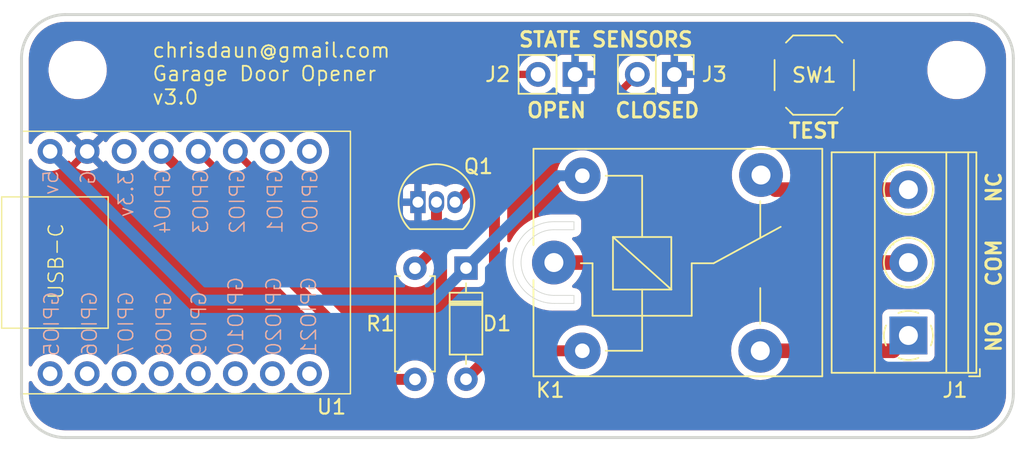
<source format=kicad_pcb>
(kicad_pcb (version 20240108) (generator "pcbnew") (generator_version "8.0")
  (layers (0 "F.Cu" signal) (31 "B.Cu" signal) (34 "B.Paste" user) (35 "F.Paste" user) (36 "B.SilkS" user "B.Silkscreen") (37 "F.SilkS" user "F.Silkscreen") (38 "B.Mask" user) (39 "F.Mask" user) (44 "Edge.Cuts" user))
  (net 0 "")
  (net 1 "GND")
  (net 2 "+5V")
  (net 3 "/Common")
  (net 4 "/Normally Closed")
  (net 5 "/Normally Open")
  (net 6 "Net-(D1-A)")
  (net 7 "Net-(J3-Pin_2)")
  (net 8 "Net-(Q1-B)")
  (net 9 "Net-(J2-Pin_2)")
  (net 10 "Net-(U1-GPIO_4)")
  (footprint "Custom Footprints:JQC-3FF-S-Z" (layer "F.Cu") (at 87.75 68)
    (property "Reference" "K1" (at -0.25 8.75 180) (layer "F.SilkS"))
    (property "Value" "JQC-3FF-S-Z")
    (fp_line (start -1.4 -7.8) (end -1.4 -1.2) (stroke (width 0.12)) (layer "F.SilkS"))
    (fp_line (start -1.4 -7.8) (end 18.4 -7.8) (stroke (width 0.12)) (layer "F.SilkS"))
    (fp_line (start -1.4 1.2) (end -1.4 7.8) (stroke (width 0.12)) (layer "F.SilkS"))
    (fp_line (start 2.65 0.05) (end 1.85 0.05) (stroke (width 0.12)) (layer "F.SilkS"))
    (fp_line (start 2.65 0.05) (end 2.65 3.65) (stroke (width 0.12)) (layer "F.SilkS"))
    (fp_line (start 3.55 6.05) (end 6.05 6.05) (stroke (width 0.12)) (layer "F.SilkS"))
    (fp_line (start 4.05 -1.75) (end 8.05 -1.75) (stroke (width 0.12)) (layer "F.SilkS"))
    (fp_line (start 4.05 1.85) (end 4.05 -1.75) (stroke (width 0.12)) (layer "F.SilkS"))
    (fp_line (start 6.05 -5.95) (end 3.55 -5.95) (stroke (width 0.12)) (layer "F.SilkS"))
    (fp_line (start 6.05 -5.95) (end 6.05 -1.75) (stroke (width 0.12)) (layer "F.SilkS"))
    (fp_line (start 6.05 1.85) (end 6.05 6.05) (stroke (width 0.12)) (layer "F.SilkS"))
    (fp_line (start 8.05 -1.75) (end 8.05 1.85) (stroke (width 0.12)) (layer "F.SilkS"))
    (fp_line (start 8.05 1.85) (end 4.05 -1.75) (stroke (width 0.12)) (layer "F.SilkS"))
    (fp_line (start 8.05 1.85) (end 4.05 1.85) (stroke (width 0.12)) (layer "F.SilkS"))
    (fp_line (start 9.45 0.05) (end 9.45 3.65) (stroke (width 0.12)) (layer "F.SilkS"))
    (fp_line (start 9.45 0.05) (end 10.95 0.05) (stroke (width 0.12)) (layer "F.SilkS"))
    (fp_line (start 9.45 3.65) (end 2.65 3.65) (stroke (width 0.12)) (layer "F.SilkS"))
    (fp_line (start 10.95 0.05) (end 15.55 -2.45) (stroke (width 0.12)) (layer "F.SilkS"))
    (fp_line (start 14.15 -4.2) (end 14.15 -1.7) (stroke (width 0.12)) (layer "F.SilkS"))
    (fp_line (start 14.15 4.2) (end 14.15 1.75) (stroke (width 0.12)) (layer "F.SilkS"))
    (fp_line (start 18.4 -7.8) (end 18.4 7.8) (stroke (width 0.12)) (layer "F.SilkS"))
    (fp_line (start 18.4 7.8) (end -1.4 7.8) (stroke (width 0.12)) (layer "F.SilkS"))
    (pad "1" thru_hole circle (at 1.95 -5.95 90) (size 2.5 2.5) (drill 1) (layers "*.Cu" "*.Mask") (net 2 "+5V"))
    (pad "2" thru_hole circle (at 1.95 6.05 90) (size 2.5 2.5) (drill 1) (layers "*.Cu" "*.Mask") (net 6 "Net-(D1-A)"))
    (pad "3" thru_hole circle (at 0 0 90) (size 3 3) (drill 1.3) (layers "*.Cu" "*.Mask") (net 3 "/Common"))
    (pad "4" thru_hole circle (at 14.2 -6 90) (size 3 3) (drill 1.3) (layers "*.Cu" "*.Mask") (net 4 "/Normally Closed"))
    (pad "5" thru_hole circle (at 14.15 6.05 90) (size 3 3) (drill 1.3) (layers "*.Cu" "*.Mask") (net 5 "/Normally Open"))
  )
  (footprint "Connector_PinHeader_2.54mm:PinHeader_1x02_P2.54mm_Vertical" (layer "F.Cu") (at 89.2 55.1 -90)
    (property "Reference" "J2" (at 0 5.3 0) (layer "F.SilkS"))
    (property "Value" "Conn_01x02_Pin" (hide yes))
    (fp_line (start -1.33 3.87) (end 1.33 3.87) (stroke (width 0.12)) (layer "F.SilkS"))
    (fp_line (start -1.33 1.27) (end -1.33 3.87) (stroke (width 0.12)) (layer "F.SilkS"))
    (fp_line (start -1.33 1.27) (end 1.33 1.27) (stroke (width 0.12)) (layer "F.SilkS"))
    (fp_line (start 1.33 1.27) (end 1.33 3.87) (stroke (width 0.12)) (layer "F.SilkS"))
    (fp_line (start -1.33 0) (end -1.33 -1.33) (stroke (width 0.12)) (layer "F.SilkS"))
    (fp_line (start -1.33 -1.33) (end 0 -1.33) (stroke (width 0.12)) (layer "F.SilkS"))
    (pad "1" thru_hole rect (at 0 0 270) (size 1.7 1.7) (drill 1) (layers "*.Cu" "*.Mask") (net 1 "GND"))
    (pad "2" thru_hole oval (at 0 2.54 270) (size 1.7 1.7) (drill 1) (layers "*.Cu" "*.Mask") (net 9 "Net-(J2-Pin_2)"))
  )
  (footprint "MountingHole:MountingHole_3.5mm" (layer "F.Cu") (at 115.35 54.8)
    (property "Reference" "H2" (hide yes))
    (property "Value" "MountingHole" (hide yes))
    (pad "" np_thru_hole circle (at 0 0) (size 3.5 3.5) (drill 3.5) (layers "*.Cu" "*.Mask"))
  )
  (footprint "esp32-homespan-garagedoor-opener:ESP32-C3 Super Micro" (layer "F.Cu") (at 62.55 68 90)
    (property "Reference" "U1" (at -9.9 9.95 0) (layer "F.SilkS"))
    (property "Value" "~")
    (fp_line (start -4.5 -12.66) (end 4.5 -12.66) (stroke (width 0.1)) (layer "F.SilkS"))
    (fp_line (start -4.5 -10.2) (end -4.5 -12.66) (stroke (width 0.1)) (layer "F.SilkS"))
    (fp_line (start -4.5 -8.4) (end -4.5 -7.6) (stroke (width 0.1)) (layer "F.SilkS"))
    (fp_line (start 4.5 -5.36) (end 4.5 -12.66) (stroke (width 0.1)) (layer "F.SilkS"))
    (fp_line (start 4.5 -5.36) (end -4.5 -5.36) (stroke (width 0.1)) (layer "F.SilkS"))
    (fp_line (start -4.5 -5.36) (end -4.5 -5.9) (stroke (width 0.1)) (layer "F.SilkS"))
    (fp_rect (start -9 -11.25) (end 9 11.25) (stroke (width 0.1)) (fill none) (layer "F.SilkS"))
    (fp_text user "GPIO21" (at -0.9 8.979 90) (layer "B.SilkS") (effects (font (thickness 0.1)) (justify left bottom mirror)))
    (fp_text user "GPIO5" (at -1.9 -8.65 90) (layer "B.SilkS") (effects (font (thickness 0.1)) (justify left bottom mirror)))
    (fp_text user "GPIO7" (at -1.9 -3.55 90) (layer "B.SilkS") (effects (font (thickness 0.1)) (justify left bottom mirror)))
    (fp_text user "GPIO10" (at -0.9 3.979 90) (layer "B.SilkS") (effects (font (thickness 0.1)) (justify left bottom mirror)))
    (fp_text user "GPIO2" (at 6.5 4.079 90) (layer "B.SilkS") (effects (font (thickness 0.1)) (justify left bottom mirror)))
    (fp_text user "GPIO8" (at -1.9 -0.95 90) (layer "B.SilkS") (effects (font (thickness 0.1)) (justify left bottom mirror)))
    (fp_text user "GPIO6" (at -1.9 -6.05 90) (layer "B.SilkS") (effects (font (thickness 0.1)) (justify left bottom mirror)))
    (fp_text user "GPIO0" (at 6.5 9.079 90) (layer "B.SilkS") (effects (font (thickness 0.1)) (justify left bottom mirror)))
    (fp_text user "GPIO3" (at 6.5 1.579 90) (layer "B.SilkS") (effects (font (thickness 0.1)) (justify left bottom mirror)))
    (fp_text user "5v" (at 6.4 -8.7 90) (layer "B.SilkS") (effects (font (thickness 0.1)) (justify left bottom mirror)))
    (fp_text user "GPIO1" (at 6.5 6.679 90) (layer "B.SilkS") (effects (font (thickness 0.1)) (justify left bottom mirror)))
    (fp_text user "GPIO20" (at -0.9 6.579 90) (layer "B.SilkS") (effects (font (thickness 0.1)) (justify left bottom mirror)))
    (fp_text user "GPIO9" (at -1.9 1.45 90) (layer "B.SilkS") (effects (font (thickness 0.1)) (justify left bottom mirror)))
    (fp_text user "GPIO4" (at 6.5 -1.021 90) (layer "B.SilkS") (effects (font (thickness 0.1)) (justify left bottom mirror)))
    (fp_text user "3.3v" (at 6.3 -3.55 90) (layer "B.SilkS") (effects (font (thickness 0.1)) (justify left bottom mirror)))
    (fp_text user "G" (at 6.4 -6.15 90) (layer "B.SilkS") (effects (font (thickness 0.1)) (justify left bottom mirror)))
    (fp_text user "USB-C" (at -2.6 -8.35 90) (layer "F.SilkS") (effects (font (thickness 0.1)) (justify left bottom)))
    (pad "0" thru_hole circle (at 7.62 8.44 90) (size 1.7 1.7) (drill 1) (layers "*.Cu" "*.Mask"))
    (pad "1" thru_hole circle (at 7.62 5.9 90) (size 1.7 1.7) (drill 1) (layers "*.Cu" "*.Mask"))
    (pad "2" thru_hole circle (at 7.62 3.36 90) (size 1.7 1.7) (drill 1) (layers "*.Cu" "*.Mask") (net 9 "Net-(J2-Pin_2)"))
    (pad "3" thru_hole circle (at 7.62 0.82 90) (size 1.7 1.7) (drill 1) (layers "*.Cu" "*.Mask") (net 7 "Net-(J3-Pin_2)"))
    (pad "3V3" thru_hole circle (at 7.62 -4.26 90) (size 1.7 1.7) (drill 1) (layers "*.Cu" "*.Mask"))
    (pad "4" thru_hole circle (at 7.62 -1.72 90) (size 1.7 1.7) (drill 1) (layers "*.Cu" "*.Mask") (net 10 "Net-(U1-GPIO_4)"))
    (pad "5" thru_hole circle (at -7.62 -9.34 90) (size 1.7 1.7) (drill 1) (layers "*.Cu" "*.Mask"))
    (pad "5V" thru_hole circle (at 7.62 -9.34 90) (size 1.7 1.7) (drill 1) (layers "*.Cu" "*.Mask") (net 2 "+5V"))
    (pad "6" thru_hole circle (at -7.62 -6.8 90) (size 1.7 1.7) (drill 1) (layers "*.Cu" "*.Mask"))
    (pad "7" thru_hole circle (at -7.62 -4.26 90) (size 1.7 1.7) (drill 1) (layers "*.Cu" "*.Mask"))
    (pad "8" thru_hole circle (at -7.62 -1.72 90) (size 1.7 1.7) (drill 1) (layers "*.Cu" "*.Mask"))
    (pad "9" thru_hole circle (at -7.62 0.82 90) (size 1.7 1.7) (drill 1) (layers "*.Cu" "*.Mask"))
    (pad "10" thru_hole circle (at -7.62 3.36 90) (size 1.7 1.7) (drill 1) (layers "*.Cu" "*.Mask"))
    (pad "20" thru_hole circle (at -7.62 5.9 90) (size 1.7 1.7) (drill 1) (layers "*.Cu" "*.Mask"))
    (pad "21" thru_hole circle (at -7.62 8.44 90) (size 1.7 1.7) (drill 1) (layers "*.Cu" "*.Mask"))
    (pad "G" thru_hole circle (at 7.62 -6.8 90) (size 1.7 1.7) (drill 1) (layers "*.Cu" "*.Mask") (net 1 "GND"))
  )
  (footprint "Connector_PinHeader_2.54mm:PinHeader_1x02_P2.54mm_Vertical" (layer "F.Cu") (at 96.01 55.1 -90)
    (property "Reference" "J3" (at 0 -2.74 0) (layer "F.SilkS"))
    (property "Value" "Conn_01x02_Pin" (hide yes))
    (fp_line (start -1.33 3.87) (end 1.33 3.87) (stroke (width 0.12)) (layer "F.SilkS"))
    (fp_line (start -1.33 1.27) (end -1.33 3.87) (stroke (width 0.12)) (layer "F.SilkS"))
    (fp_line (start -1.33 1.27) (end 1.33 1.27) (stroke (width 0.12)) (layer "F.SilkS"))
    (fp_line (start 1.33 1.27) (end 1.33 3.87) (stroke (width 0.12)) (layer "F.SilkS"))
    (fp_line (start -1.33 0) (end -1.33 -1.33) (stroke (width 0.12)) (layer "F.SilkS"))
    (fp_line (start -1.33 -1.33) (end 0 -1.33) (stroke (width 0.12)) (layer "F.SilkS"))
    (pad "1" thru_hole rect (at 0 0 270) (size 1.7 1.7) (drill 1) (layers "*.Cu" "*.Mask") (net 1 "GND"))
    (pad "2" thru_hole oval (at 0 2.54 270) (size 1.7 1.7) (drill 1) (layers "*.Cu" "*.Mask") (net 7 "Net-(J3-Pin_2)"))
  )
  (footprint "TerminalBlock_Phoenix:TerminalBlock_Phoenix_MKDS-1,5-3_1x03_P5.00mm_Horizontal" (layer "F.Cu") (at 112.055 73 90)
    (property "Reference" "J1" (at -3.75 3.195 180) (layer "F.SilkS"))
    (property "Value" "Screw_Terminal_01x03" (hide yes))
    (fp_line (start 12.56 -5.261) (end 12.56 4.66) (stroke (width 0.12)) (layer "F.SilkS"))
    (fp_line (start -2.56 -5.261) (end 12.56 -5.261) (stroke (width 0.12)) (layer "F.SilkS"))
    (fp_line (start -2.56 -5.261) (end -2.56 4.66) (stroke (width 0.12)) (layer "F.SilkS"))
    (fp_line (start -2.56 -2.301) (end 12.56 -2.301) (stroke (width 0.12)) (layer "F.SilkS"))
    (fp_line (start 11.07 -1.275) (end 11.035 -1.239) (stroke (width 0.12)) (layer "F.SilkS"))
    (fp_line (start 6.07 -1.275) (end 6.035 -1.239) (stroke (width 0.12)) (layer "F.SilkS"))
    (fp_line (start 11.275 -1.069) (end 11.228 -1.023) (stroke (width 0.12)) (layer "F.SilkS"))
    (fp_line (start 6.275 -1.069) (end 6.228 -1.023) (stroke (width 0.12)) (layer "F.SilkS"))
    (fp_line (start 8.773 1.023) (end 8.726 1.069) (stroke (width 0.12)) (layer "F.SilkS"))
    (fp_line (start 3.773 1.023) (end 3.726 1.069) (stroke (width 0.12)) (layer "F.SilkS"))
    (fp_line (start 8.966 1.239) (end 8.931 1.274) (stroke (width 0.12)) (layer "F.SilkS"))
    (fp_line (start 3.966 1.239) (end 3.931 1.274) (stroke (width 0.12)) (layer "F.SilkS"))
    (fp_line (start -2.56 2.6) (end 12.56 2.6) (stroke (width 0.12)) (layer "F.SilkS"))
    (fp_line (start -2.56 4.1) (end 12.56 4.1) (stroke (width 0.12)) (layer "F.SilkS"))
    (fp_line (start -2.8 4.16) (end -2.8 4.9) (stroke (width 0.12)) (layer "F.SilkS"))
    (fp_line (start -2.56 4.66) (end 12.56 4.66) (stroke (width 0.12)) (layer "F.SilkS"))
    (fp_line (start -2.8 4.9) (end -2.3 4.9) (stroke (width 0.12)) (layer "F.SilkS"))
    (fp_arc (start -0.683042 -1.535427) (mid 0.000524 -1.680501) (end 0.684 -1.535) (stroke (width 0.12)) (layer "F.SilkS"))
    (fp_arc (start 1.535427 -0.683042) (mid 1.680501 0.000524) (end 1.535 0.684) (stroke (width 0.12)) (layer "F.SilkS"))
    (fp_arc (start -1.535427 0.683042) (mid -1.680501 -0.000524) (end -1.535 -0.684) (stroke (width 0.12)) (layer "F.SilkS"))
    (fp_arc (start 0.683318 1.534756) (mid 0.349292 1.643288) (end 0 1.68) (stroke (width 0.12)) (layer "F.SilkS"))
    (fp_arc (start 0.028805 1.680253) (mid -0.335551 1.646659) (end -0.684 1.535) (stroke (width 0.12)) (layer "F.SilkS"))
    (fp_circle (center 10 0) (end 11.68 0) (stroke (width 0.12)) (fill none) (layer "F.SilkS"))
    (fp_circle (center 5 0) (end 6.68 0) (stroke (width 0.12)) (fill none) (layer "F.SilkS"))
    (pad "1" thru_hole rect (at 0 0 90) (size 2.6 2.6) (drill 1.3) (layers "*.Cu" "*.Mask") (net 5 "/Normally Open"))
    (pad "2" thru_hole circle (at 5 0 90) (size 2.6 2.6) (drill 1.3) (layers "*.Cu" "*.Mask") (net 3 "/Common"))
    (pad "3" thru_hole circle (at 10 0 90) (size 2.6 2.6) (drill 1.3) (layers "*.Cu" "*.Mask") (net 4 "/Normally Closed"))
  )
  (footprint "Resistor_THT:R_Axial_DIN0207_L6.3mm_D2.5mm_P7.62mm_Horizontal" (layer "F.Cu") (at 78.225 76.01 90)
    (property "Reference" "R1" (at 3.81 -2.37 180) (layer "F.SilkS"))
    (property "Value" "1kOhm")
    (fp_line (start 7.08 -1.37) (end 7.08 -1.04) (stroke (width 0.12)) (layer "F.SilkS"))
    (fp_line (start 0.54 -1.37) (end 7.08 -1.37) (stroke (width 0.12)) (layer "F.SilkS"))
    (fp_line (start 0.54 -1.04) (end 0.54 -1.37) (stroke (width 0.12)) (layer "F.SilkS"))
    (fp_line (start 0.54 1.04) (end 0.54 1.37) (stroke (width 0.12)) (layer "F.SilkS"))
    (fp_line (start 7.08 1.37) (end 7.08 1.04) (stroke (width 0.12)) (layer "F.SilkS"))
    (fp_line (start 0.54 1.37) (end 7.08 1.37) (stroke (width 0.12)) (layer "F.SilkS"))
    (pad "1" thru_hole circle (at 0 0 90) (size 1.6 1.6) (drill 0.8) (layers "*.Cu" "*.Mask") (net 10 "Net-(U1-GPIO_4)"))
    (pad "2" thru_hole oval (at 7.62 0 90) (size 1.6 1.6) (drill 0.8) (layers "*.Cu" "*.Mask") (net 8 "Net-(Q1-B)"))
  )
  (footprint "MountingHole:MountingHole_3.5mm" (layer "F.Cu") (at 55.1 54.8)
    (property "Reference" "H1" (hide yes))
    (property "Value" "MountingHole" (hide yes))
    (pad "" np_thru_hole circle (at 0 0) (size 3.5 3.5) (drill 3.5) (layers "*.Cu" "*.Mask"))
  )
  (footprint "Diode_THT:D_DO-35_SOD27_P7.62mm_Horizontal" (layer "F.Cu") (at 81.725 68.38 -90)
    (property "Reference" "D1" (at 3.81 -2.12 0) (layer "F.SilkS"))
    (property "Value" "D" (hide yes))
    (fp_line (start 1.69 1.12) (end 5.93 1.12) (stroke (width 0.12)) (layer "F.SilkS"))
    (fp_line (start 5.93 1.12) (end 5.93 -1.12) (stroke (width 0.12)) (layer "F.SilkS"))
    (fp_line (start 1.04 0) (end 1.69 0) (stroke (width 0.12)) (layer "F.SilkS"))
    (fp_line (start 6.58 0) (end 5.93 0) (stroke (width 0.12)) (layer "F.SilkS"))
    (fp_line (start 1.69 -1.12) (end 1.69 1.12) (stroke (width 0.12)) (layer "F.SilkS"))
    (fp_line (start 2.29 -1.12) (end 2.29 1.12) (stroke (width 0.12)) (layer "F.SilkS"))
    (fp_line (start 2.41 -1.12) (end 2.41 1.12) (stroke (width 0.12)) (layer "F.SilkS"))
    (fp_line (start 2.53 -1.12) (end 2.53 1.12) (stroke (width 0.12)) (layer "F.SilkS"))
    (fp_line (start 5.93 -1.12) (end 1.69 -1.12) (stroke (width 0.12)) (layer "F.SilkS"))
    (pad "1" thru_hole rect (at 0 0 270) (size 1.6 1.6) (drill 0.8) (layers "*.Cu" "*.Mask") (net 2 "+5V"))
    (pad "2" thru_hole oval (at 7.62 0 270) (size 1.6 1.6) (drill 0.8) (layers "*.Cu" "*.Mask") (net 6 "Net-(D1-A)"))
  )
  (footprint "Package_TO_SOT_THT:TO-92_Inline" (layer "F.Cu") (at 78.43 63.86)
    (property "Reference" "Q1" (at 4.14 -2.45 180) (layer "F.SilkS"))
    (property "Value" "PN2222A")
    (fp_line (start -0.53 1.85) (end 3.07 1.85) (stroke (width 0.12)) (layer "F.SilkS"))
    (fp_arc (start -0.568478 1.838478) (mid -1.132087 -0.994977) (end 1.27 -2.6) (stroke (width 0.12)) (layer "F.SilkS"))
    (fp_arc (start 1.27 -2.6) (mid 3.672087 -0.994977) (end 3.108478 1.838478) (stroke (width 0.12)) (layer "F.SilkS"))
    (pad "1" thru_hole rect (at 0 0) (size 1.05 1.5) (drill 0.75) (layers "*.Cu" "*.Mask") (net 1 "GND"))
    (pad "2" thru_hole oval (at 1.27 0) (size 1.05 1.5) (drill 0.75) (layers "*.Cu" "*.Mask") (net 8 "Net-(Q1-B)"))
    (pad "3" thru_hole oval (at 2.54 0) (size 1.05 1.5) (drill 0.75) (layers "*.Cu" "*.Mask") (net 6 "Net-(D1-A)"))
  )
  (footprint "Button_Switch_SMD:SW_SPST_SKQG_WithStem" (layer "F.Cu") (at 105.6 55.15 180)
    (property "Reference" "SW1" (at 0 0 180) (layer "F.SilkS"))
    (property "Value" "SW_Push")
    (fp_line (start 2.72 1.04) (end 2.72 -1.04) (stroke (width 0.12)) (layer "F.SilkS"))
    (fp_line (start 1.45 2.72) (end 1.94 2.23) (stroke (width 0.12)) (layer "F.SilkS"))
    (fp_line (start 1.45 -2.72) (end 1.94 -2.23) (stroke (width 0.12)) (layer "F.SilkS"))
    (fp_line (start -1.45 2.72) (end 1.45 2.72) (stroke (width 0.12)) (layer "F.SilkS"))
    (fp_line (start -1.45 2.72) (end -1.94 2.23) (stroke (width 0.12)) (layer "F.SilkS"))
    (fp_line (start -1.45 -2.72) (end 1.45 -2.72) (stroke (width 0.12)) (layer "F.SilkS"))
    (fp_line (start -1.45 -2.72) (end -1.94 -2.23) (stroke (width 0.12)) (layer "F.SilkS"))
    (fp_line (start -2.72 1.04) (end -2.72 -1.04) (stroke (width 0.12)) (layer "F.SilkS"))
    (pad "1" smd rect (at -3.1 -1.85 180) (size 1.8 1.1) (layers "F.Cu" "F.Paste" "F.Mask") (net 6 "Net-(D1-A)"))
    (pad "1" smd rect (at 3.1 -1.85 180) (size 1.8 1.1) (layers "F.Cu" "F.Paste" "F.Mask") (net 6 "Net-(D1-A)"))
    (pad "2" smd rect (at -3.1 1.85 180) (size 1.8 1.1) (layers "F.Cu" "F.Paste" "F.Mask") (net 1 "GND"))
    (pad "2" smd rect (at 3.1 1.85 180) (size 1.8 1.1) (layers "F.Cu" "F.Paste" "F.Mask") (net 1 "GND"))
    (zone (net 0) (net_name "") (layer "F.Cu") (connect_pads (clearance 0)) (min_thickness 0.254)
      (keepout (tracks not_allowed) (vias not_allowed) (pads not_allowed) (copperpour not_allowed) (footprints not_allowed))
      (fill (thermal_gap 0.508) (thermal_bridge_width 0.508))
      (polygon (pts (xy 104.6 56.45) (xy 101.6 56.45) (xy 101.6 53.85) (xy 104.6 53.85)))
    )
    (zone (net 0) (net_name "") (layer "F.Cu") (connect_pads (clearance 0)) (min_thickness 0.254)
      (keepout (tracks not_allowed) (vias not_allowed) (pads not_allowed) (copperpour not_allowed) (footprints not_allowed))
      (fill (thermal_gap 0.508) (thermal_bridge_width 0.508))
      (polygon (pts (xy 109.6 56.45) (xy 106.6 56.45) (xy 106.6 53.85) (xy 109.6 53.85)))
    )
  )
  (gr_line (start 56.65 72.5) (end 52.35 72.5) (stroke (width 0.1)) (layer "F.SilkS"))
  (gr_arc (start 51.25 54) (mid 52.12868 51.87868) (end 54.25 51) (stroke (width 0.2)) (layer "Edge.Cuts"))
  (gr_arc (start 119.25 77) (mid 118.37132 79.12132) (end 116.25 80) (stroke (width 0.2)) (layer "Edge.Cuts"))
  (gr_line (start 87.796668 65.199943) (end 89.125 65.199432) (stroke (width 0.05)) (layer "Edge.Cuts"))
  (gr_arc (start 54.25 80) (mid 52.12868 79.12132) (end 51.25 77) (stroke (width 0.2)) (layer "Edge.Cuts"))
  (gr_line (start 54.25 51) (end 116.25 51) (stroke (width 0.2)) (layer "Edge.Cuts"))
  (gr_line (start 119.25 54) (end 119.25 77) (stroke (width 0.2)) (layer "Edge.Cuts"))
  (gr_line (start 87.8 70.8) (end 89.125 70.800568) (stroke (width 0.05)) (layer "Edge.Cuts"))
  (gr_line (start 116.25 80) (end 54.25 80) (stroke (width 0.2)) (layer "Edge.Cuts"))
  (gr_line (start 89.125 65.75) (end 89.125 65.199432) (stroke (width 0.05)) (layer "Edge.Cuts"))
  (gr_line (start 89.125 70.25) (end 89.125 70.800568) (stroke (width 0.05)) (layer "Edge.Cuts"))
  (gr_line (start 87.75 70.25) (end 89.125 70.25) (stroke (width 0.05)) (layer "Edge.Cuts"))
  (gr_line (start 51.25 77) (end 51.25 54) (stroke (width 0.2)) (layer "Edge.Cuts"))
  (gr_arc (start 116.25 51) (mid 118.37132 51.87868) (end 119.25 54) (stroke (width 0.2)) (layer "Edge.Cuts"))
  (gr_arc (start 87.75 70.25) (mid 85.5 68) (end 87.75 65.75) (stroke (width 0.05)) (layer "Edge.Cuts"))
  (gr_arc (start 87.8 70.8) (mid 84.949554 68.001666) (end 87.796668 65.199943) (stroke (width 0.05)) (layer "Edge.Cuts"))
  (gr_line (start 87.75 65.75) (end 89.125 65.75) (stroke (width 0.05)) (layer "Edge.Cuts"))
  (gr_text "STATE SENSORS" (at 85.25 53.3 0) (layer "F.SilkS") (effects (font (size 1 1) (thickness 0.2) (bold yes)) (justify left bottom)))
  (gr_text "NC" (at 118.5 64 90) (layer "F.SilkS") (effects (font (size 1 1) (thickness 0.2) (bold yes)) (justify left bottom)))
  (gr_text "OPEN" (at 85.8 58.15 0) (layer "F.SilkS") (effects (font (size 1 1) (thickness 0.2) (bold yes)) (justify left bottom)))
  (gr_text "COM" (at 118.5 69.75 90) (layer "F.SilkS") (effects (font (size 1 1) (thickness 0.2) (bold yes)) (justify left bottom)))
  (gr_text "NO" (at 118.5 74.25 90) (layer "F.SilkS") (effects (font (size 1 1) (thickness 0.2) (bold yes)) (justify left bottom)))
  (gr_text "TEST" (at 103.75 59.55 0) (layer "F.SilkS") (effects (font (size 1 1) (thickness 0.2) (bold yes)) (justify left bottom)))
  (gr_text "CLOSED" (at 91.85 58.15 0) (layer "F.SilkS") (effects (font (size 1 1) (thickness 0.2) (bold yes)) (justify left bottom)))
  (gr_text "chrisdaun@gmail.com\nGarage Door Opener\nv3.0" (at 60.15 57.25 0) (layer "F.SilkS") (effects (font (size 1 1) (thickness 0.125)) (justify left bottom)))
  (segment (start 81.725 68.38) (end 88.055 62.05) (width 0.75) (layer "B.Cu") (net 2))
  (segment (start 53.21 60.38) (end 63.41 70.58) (width 0.75) (layer "B.Cu") (net 2))
  (segment (start 79.525 70.58) (end 81.725 68.38) (width 0.75) (layer "B.Cu") (net 2))
  (segment (start 88.055 62.05) (end 89.7 62.05) (width 0.75) (layer "B.Cu") (net 2))
  (segment (start 63.41 70.58) (end 79.525 70.58) (width 0.75) (layer "B.Cu") (net 2))
  (segment (start 87.75 68) (end 112.055 68) (width 1) (layer "F.Cu") (net 3))
  (segment (start 112.055 63) (end 102.95 63) (width 1) (layer "F.Cu") (net 4))
  (segment (start 102.95 63) (end 101.95 62) (width 1) (layer "F.Cu") (net 4))
  (segment (start 111.005 74.05) (end 112.055 73) (width 1) (layer "F.Cu") (net 5))
  (segment (start 101.9 74.05) (end 111.005 74.05) (width 1) (layer "F.Cu") (net 5))
  (segment (start 81.14 63.86) (end 84 61) (width 0.75) (layer "F.Cu") (net 6))
  (segment (start 83.675 74.05) (end 81.725 76) (width 0.75) (layer "F.Cu") (net 6))
  (segment (start 100.5 59) (end 102.5 57) (width 0.75) (layer "F.Cu") (net 6))
  (segment (start 80.97 63.86) (end 81.14 63.86) (width 0.75) (layer "F.Cu") (net 6))
  (segment (start 89.7 74.05) (end 83.675 74.05) (width 0.75) (layer "F.Cu") (net 6))
  (segment (start 89.15 73.5) (end 89.7 74.05) (width 0.75) (layer "F.Cu") (net 6))
  (segment (start 84 61) (end 85.25 59.75) (width 0.75) (layer "F.Cu") (net 6))
  (segment (start 83.675 61.325) (end 84 61) (width 0.75) (layer "F.Cu") (net 6))
  (segment (start 83.675 74.05) (end 83.675 61.325) (width 0.75) (layer "F.Cu") (net 6))
  (segment (start 85.25 59.75) (end 86 59) (width 0.75) (layer "F.Cu") (net 6))
  (segment (start 86 59) (end 86.4 59) (width 0.75) (layer "F.Cu") (net 6))
  (segment (start 108.7 57) (end 102.5 57) (width 0.75) (layer "F.Cu") (net 6))
  (segment (start 86.4 59) (end 100.5 59) (width 0.75) (layer "F.Cu") (net 6))
  (segment (start 66.49 63.5) (end 63.37 60.38) (width 0.5) (layer "F.Cu") (net 7))
  (segment (start 80.2 56.8) (end 73.5 63.5) (width 0.5) (layer "F.Cu") (net 7))
  (segment (start 93.47 55.1) (end 91.77 56.8) (width 0.5) (layer "F.Cu") (net 7))
  (segment (start 73.5 63.5) (end 66.49 63.5) (width 0.5) (layer "F.Cu") (net 7))
  (segment (start 91.77 56.8) (end 80.2 56.8) (width 0.5) (layer "F.Cu") (net 7))
  (segment (start 79.7 66.915) (end 79.7 63.86) (width 0.75) (layer "F.Cu") (net 8))
  (segment (start 78.225 68.39) (end 79.7 66.915) (width 0.75) (layer "F.Cu") (net 8))
  (segment (start 80.2 55.1) (end 86.66 55.1) (width 0.5) (layer "F.Cu") (net 9))
  (segment (start 72.8 62.5) (end 80.2 55.1) (width 0.5) (layer "F.Cu") (net 9))
  (segment (start 68.03 62.5) (end 72.8 62.5) (width 0.5) (layer "F.Cu") (net 9))
  (segment (start 65.91 60.38) (end 68.03 62.5) (width 0.5) (layer "F.Cu") (net 9))
  (segment (start 78.225 76.01) (end 76.46 76.01) (width 0.75) (layer "F.Cu") (net 10))
  (segment (start 76.46 76.01) (end 60.83 60.38) (width 0.75) (layer "F.Cu") (net 10))
  (zone (net 1) (net_name "GND") (layer "F.Cu") (priority 1) (connect_pads (clearance 0.5)) (min_thickness 0.25) (fill yes (thermal_gap 0.5) (thermal_bridge_width 0.5))
    (polygon (pts (xy 50 50) (xy 50 81) (xy 120 81) (xy 120 50)))
  )
  (zone (net 1) (net_name "GND") (layer "B.Cu") (priority 1) (connect_pads (clearance 0.5)) (min_thickness 0.25) (fill yes (thermal_gap 0.5) (thermal_bridge_width 0.5))
    (polygon (pts (xy 50 50) (xy 50 81) (xy 120 81) (xy 120 50)))
  )
)
</source>
